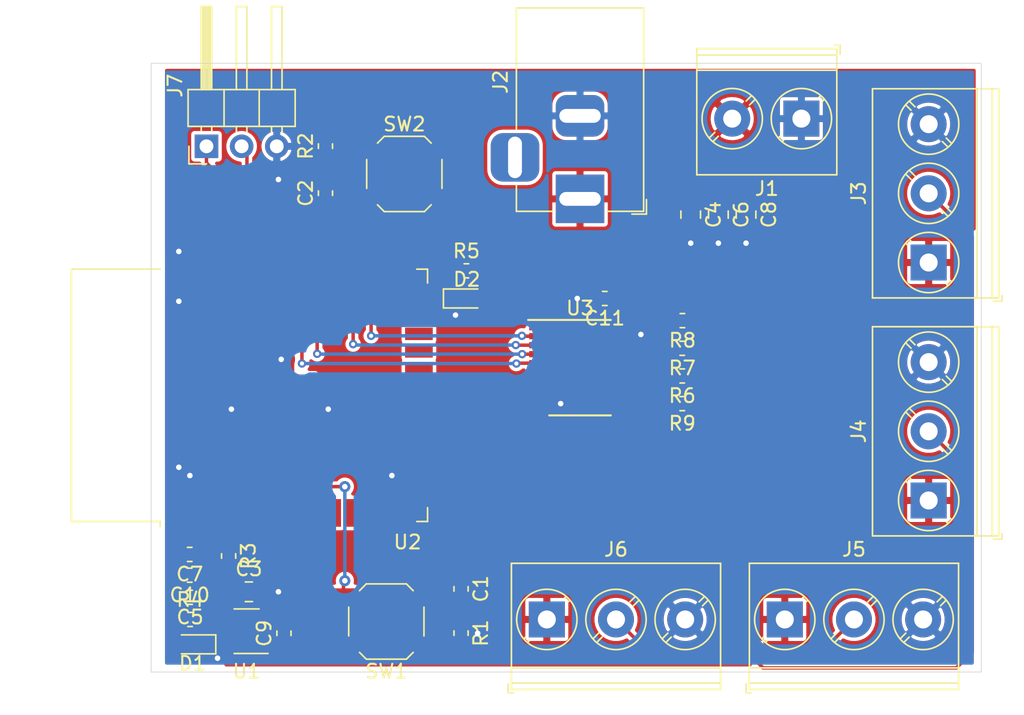
<source format=kicad_pcb>
(kicad_pcb (version 20171130) (host pcbnew 5.1.5+dfsg1-2+b1)
  (layers (0 F.Cu signal) (31 B.Cu signal) (34 B.Paste user) (35 F.Paste user) (36 B.SilkS user) (37 F.SilkS user) (38 B.Mask user) (39 F.Mask user) (44 Edge.Cuts user))
  (net 0 "")
  (net 1 /EN)
  (net 2 GND)
  (net 3 /BOOTMODE)
  (net 4 +3V3)
  (net 5 VCC)
  (net 6 "Net-(D1-Pad2)")
  (net 7 "Net-(D2-Pad2)")
  (net 8 "Net-(J2-Pad3)")
  (net 9 "Net-(J3-Pad2)")
  (net 10 "Net-(J4-Pad2)")
  (net 11 "Net-(J5-Pad2)")
  (net 12 "Net-(J6-Pad2)")
  (net 13 /TXD)
  (net 14 /RXD)
  (net 15 "Net-(R1-Pad2)")
  (net 16 "Net-(R2-Pad2)")
  (net 17 "Net-(R5-Pad1)")
  (net 18 /CH1)
  (net 19 /CH2)
  (net 20 /CH3)
  (net 21 /CH4)
  (net 22 "Net-(U1-Pad4)")
  (net 23 "Net-(U2-Pad4)")
  (net 24 "Net-(U2-Pad5)")
  (net 25 "Net-(U2-Pad6)")
  (net 26 "Net-(U2-Pad7)")
  (net 27 "Net-(U2-Pad8)")
  (net 28 "Net-(U2-Pad9)")
  (net 29 "Net-(U2-Pad10)")
  (net 30 "Net-(U2-Pad11)")
  (net 31 "Net-(U2-Pad12)")
  (net 32 "Net-(U2-Pad13)")
  (net 33 "Net-(U2-Pad14)")
  (net 34 "Net-(U2-Pad16)")
  (net 35 "Net-(U2-Pad17)")
  (net 36 "Net-(U2-Pad18)")
  (net 37 "Net-(U2-Pad19)")
  (net 38 "Net-(U2-Pad20)")
  (net 39 "Net-(U2-Pad21)")
  (net 40 "Net-(U2-Pad22)")
  (net 41 "Net-(U2-Pad23)")
  (net 42 "Net-(U2-Pad26)")
  (net 43 /IO16)
  (net 44 /IO17)
  (net 45 "Net-(U2-Pad29)")
  (net 46 /IO18)
  (net 47 /IO19)
  (net 48 "Net-(U2-Pad32)")
  (net 49 "Net-(U2-Pad33)")
  (net 50 "Net-(U2-Pad36)")
  (net 51 "Net-(U2-Pad37)")
  (net 52 "Net-(U3-Pad11)")
  (net 53 "Net-(U3-Pad12)")
  (net 54 "Net-(U3-Pad13)")
  (net 55 "Net-(U3-Pad14)")
  (module TerminalBlock_Phoenix:TerminalBlock_Phoenix_PT-1,5-3-5.0-H_1x03_P5.00mm_Horizontal (layer F.Cu) (at 96.8 90.2)
    (fp_text reference J5 (at 5 -5.06) (layer F.SilkS))
    (fp_text value Screw_Terminal_01x03)
    (pad 3 thru_hole circle (at 10 0) (size 2.6 2.6) (drill 1.3) (layers *.Cu *.Mask) (net 2 GND))
    (pad 2 thru_hole circle (at 5 0) (size 2.6 2.6) (drill 1.3) (layers *.Cu *.Mask) (net 11 "Net-(J5-Pad2)"))
    (pad 1 thru_hole rect (at 0 0) (size 2.6 2.6) (drill 1.3) (layers *.Cu *.Mask) (net 5 VCC))
  )
  (module Capacitor_SMD:C_0603_1608Metric (layer F.Cu) (at 73.4 87.9875 270)
    (fp_text reference C1 (at 0 -1.43 90) (layer F.SilkS))
    (fp_text value 0.1u)
    (pad 1 smd roundrect (at -0.7875 0 270) (size 0.875 0.95) (layers F.Cu F.Paste F.Mask) (net 1 /EN))
    (pad 2 smd roundrect (at 0.7875 0 270) (size 0.875 0.95) (layers F.Cu F.Paste F.Mask) (net 2 GND))
  )
  (module Capacitor_SMD:C_0603_1608Metric (layer F.Cu) (at 63.6 59.3875 90)
    (fp_text reference C2 (at 0 -1.43 90) (layer F.SilkS))
    (fp_text value 0.1u)
    (pad 2 smd roundrect (at 0.7875 0 90) (size 0.875 0.95) (layers F.Cu F.Paste F.Mask) (net 2 GND))
    (pad 1 smd roundrect (at -0.7875 0 90) (size 0.875 0.95) (layers F.Cu F.Paste F.Mask) (net 3 /BOOTMODE))
  )
  (module Capacitor_SMD:C_0805_2012Metric (layer F.Cu) (at 58.0625 88.2)
    (fp_text reference C3 (at 0 -1.65) (layer F.SilkS))
    (fp_text value 10u)
    (pad 2 smd roundrect (at 0.9375 0) (size 0.975 1.4) (layers F.Cu F.Paste F.Mask) (net 2 GND))
    (pad 1 smd roundrect (at -0.9375 0) (size 0.975 1.4) (layers F.Cu F.Paste F.Mask) (net 4 +3V3))
  )
  (module Capacitor_SMD:C_0805_2012Metric (layer F.Cu) (at 90 60.9375 270)
    (fp_text reference C4 (at 0 -1.65 90) (layer F.SilkS))
    (fp_text value 10u)
    (pad 2 smd roundrect (at 0.9375 0 270) (size 0.975 1.4) (layers F.Cu F.Paste F.Mask) (net 2 GND))
    (pad 1 smd roundrect (at -0.9375 0 270) (size 0.975 1.4) (layers F.Cu F.Paste F.Mask) (net 5 VCC))
  )
  (module Capacitor_SMD:C_0603_1608Metric (layer F.Cu) (at 53.8125 88.6 180)
    (fp_text reference C5 (at 0 -1.43) (layer F.SilkS))
    (fp_text value 1u)
    (pad 2 smd roundrect (at 0.7875 0 180) (size 0.875 0.95) (layers F.Cu F.Paste F.Mask) (net 2 GND))
    (pad 1 smd roundrect (at -0.7875 0 180) (size 0.875 0.95) (layers F.Cu F.Paste F.Mask) (net 4 +3V3))
  )
  (module Capacitor_SMD:C_0805_2012Metric (layer F.Cu) (at 92 60.9375 270)
    (fp_text reference C6 (at 0 -1.65 90) (layer F.SilkS))
    (fp_text value 10u)
    (pad 1 smd roundrect (at -0.9375 0 270) (size 0.975 1.4) (layers F.Cu F.Paste F.Mask) (net 5 VCC))
    (pad 2 smd roundrect (at 0.9375 0 270) (size 0.975 1.4) (layers F.Cu F.Paste F.Mask) (net 2 GND))
  )
  (module Capacitor_SMD:C_0603_1608Metric (layer F.Cu) (at 53.7875 85.5 180)
    (fp_text reference C7 (at 0 -1.43) (layer F.SilkS))
    (fp_text value 0.1u)
    (pad 1 smd roundrect (at -0.7875 0 180) (size 0.875 0.95) (layers F.Cu F.Paste F.Mask) (net 4 +3V3))
    (pad 2 smd roundrect (at 0.7875 0 180) (size 0.875 0.95) (layers F.Cu F.Paste F.Mask) (net 2 GND))
  )
  (module Capacitor_SMD:C_0805_2012Metric (layer F.Cu) (at 94 60.9375 270)
    (fp_text reference C8 (at 0 -1.65 90) (layer F.SilkS))
    (fp_text value 10u)
    (pad 1 smd roundrect (at -0.9375 0 270) (size 0.975 1.4) (layers F.Cu F.Paste F.Mask) (net 5 VCC))
    (pad 2 smd roundrect (at 0.9375 0 270) (size 0.975 1.4) (layers F.Cu F.Paste F.Mask) (net 2 GND))
  )
  (module Capacitor_SMD:C_0603_1608Metric (layer F.Cu) (at 60.6 91.2 90)
    (fp_text reference C9 (at 0 -1.43 90) (layer F.SilkS))
    (fp_text value 1u)
    (pad 1 smd roundrect (at -0.7875 0 90) (size 0.875 0.95) (layers F.Cu F.Paste F.Mask) (net 5 VCC))
    (pad 2 smd roundrect (at 0.7875 0 90) (size 0.875 0.95) (layers F.Cu F.Paste F.Mask) (net 2 GND))
  )
  (module Capacitor_SMD:C_0603_1608Metric (layer F.Cu) (at 53.7875 87 180)
    (fp_text reference C10 (at 0 -1.43) (layer F.SilkS))
    (fp_text value 1u)
    (pad 2 smd roundrect (at 0.7875 0 180) (size 0.875 0.95) (layers F.Cu F.Paste F.Mask) (net 2 GND))
    (pad 1 smd roundrect (at -0.7875 0 180) (size 0.875 0.95) (layers F.Cu F.Paste F.Mask) (net 4 +3V3))
  )
  (module Capacitor_SMD:C_0603_1608Metric (layer F.Cu) (at 83.7875 67 180)
    (fp_text reference C11 (at 0 -1.43) (layer F.SilkS))
    (fp_text value 0.1u)
    (pad 1 smd roundrect (at -0.7875 0 180) (size 0.875 0.95) (layers F.Cu F.Paste F.Mask) (net 5 VCC))
    (pad 2 smd roundrect (at 0.7875 0 180) (size 0.875 0.95) (layers F.Cu F.Paste F.Mask) (net 2 GND))
  )
  (module LED_SMD:LED_0603_1608Metric_Castellated (layer F.Cu) (at 53.9875 92 180)
    (fp_text reference D1 (at 0 -1.38) (layer F.SilkS))
    (fp_text value LED)
    (pad 2 smd roundrect (at 0.8125 0 180) (size 1.225 0.85) (layers F.Cu F.Paste F.Mask) (net 6 "Net-(D1-Pad2)"))
    (pad 1 smd roundrect (at -0.8125 0 180) (size 1.225 0.85) (layers F.Cu F.Paste F.Mask) (net 2 GND))
  )
  (module LED_SMD:LED_0603_1608Metric_Castellated (layer F.Cu) (at 73.8125 67)
    (fp_text reference D2 (at 0 -1.38) (layer F.SilkS))
    (fp_text value LED)
    (pad 1 smd roundrect (at -0.8125 0) (size 1.225 0.85) (layers F.Cu F.Paste F.Mask) (net 2 GND))
    (pad 2 smd roundrect (at 0.8125 0) (size 1.225 0.85) (layers F.Cu F.Paste F.Mask) (net 7 "Net-(D2-Pad2)"))
  )
  (module TerminalBlock_Phoenix:TerminalBlock_Phoenix_PT-1,5-2-5.0-H_1x02_P5.00mm_Horizontal (layer F.Cu) (at 98 54 180)
    (fp_text reference J1 (at 2.5 -5.06) (layer F.SilkS))
    (fp_text value Screw_Terminal_01x02)
    (pad 1 thru_hole rect (at 0 0 180) (size 2.6 2.6) (drill 1.3) (layers *.Cu *.Mask) (net 2 GND))
    (pad 2 thru_hole circle (at 5 0 180) (size 2.6 2.6) (drill 1.3) (layers *.Cu *.Mask) (net 5 VCC))
  )
  (module Connector_BarrelJack:BarrelJack_Horizontal (layer F.Cu) (at 82 59.8 270)
    (fp_text reference J2 (at -8.45 5.75 90) (layer F.SilkS))
    (fp_text value Barrel_Jack_Switch)
    (pad 1 thru_hole rect (at 0 0 270) (size 3.5 3.5) (drill oval 1 3) (layers *.Cu *.Mask) (net 5 VCC))
    (pad 2 thru_hole roundrect (at -6 0 270) (size 3 3.5) (drill oval 1 3) (layers *.Cu *.Mask) (net 2 GND))
    (pad 3 thru_hole roundrect (at -3 4.7 270) (size 3.5 3.5) (drill oval 3 1) (layers *.Cu *.Mask) (net 8 "Net-(J2-Pad3)"))
  )
  (module TerminalBlock_Phoenix:TerminalBlock_Phoenix_PT-1,5-3-5.0-H_1x03_P5.00mm_Horizontal (layer F.Cu) (at 107.2 64.4 90)
    (fp_text reference J3 (at 5 -5.06 90) (layer F.SilkS))
    (fp_text value Screw_Terminal_01x03)
    (pad 3 thru_hole circle (at 10 0 90) (size 2.6 2.6) (drill 1.3) (layers *.Cu *.Mask) (net 2 GND))
    (pad 2 thru_hole circle (at 5 0 90) (size 2.6 2.6) (drill 1.3) (layers *.Cu *.Mask) (net 9 "Net-(J3-Pad2)"))
    (pad 1 thru_hole rect (at 0 0 90) (size 2.6 2.6) (drill 1.3) (layers *.Cu *.Mask) (net 5 VCC))
  )
  (module TerminalBlock_Phoenix:TerminalBlock_Phoenix_PT-1,5-3-5.0-H_1x03_P5.00mm_Horizontal (layer F.Cu) (at 107.2 81.6 90)
    (fp_text reference J4 (at 5 -5.06 90) (layer F.SilkS))
    (fp_text value Screw_Terminal_01x03)
    (pad 1 thru_hole rect (at 0 0 90) (size 2.6 2.6) (drill 1.3) (layers *.Cu *.Mask) (net 5 VCC))
    (pad 2 thru_hole circle (at 5 0 90) (size 2.6 2.6) (drill 1.3) (layers *.Cu *.Mask) (net 10 "Net-(J4-Pad2)"))
    (pad 3 thru_hole circle (at 10 0 90) (size 2.6 2.6) (drill 1.3) (layers *.Cu *.Mask) (net 2 GND))
  )
  (module TerminalBlock_Phoenix:TerminalBlock_Phoenix_PT-1,5-3-5.0-H_1x03_P5.00mm_Horizontal (layer F.Cu) (at 79.6 90.2)
    (fp_text reference J6 (at 5 -5.06) (layer F.SilkS))
    (fp_text value Screw_Terminal_01x03)
    (pad 1 thru_hole rect (at 0 0) (size 2.6 2.6) (drill 1.3) (layers *.Cu *.Mask) (net 5 VCC))
    (pad 2 thru_hole circle (at 5 0) (size 2.6 2.6) (drill 1.3) (layers *.Cu *.Mask) (net 12 "Net-(J6-Pad2)"))
    (pad 3 thru_hole circle (at 10 0) (size 2.6 2.6) (drill 1.3) (layers *.Cu *.Mask) (net 2 GND))
  )
  (module Connector_PinHeader_2.54mm:PinHeader_1x03_P2.54mm_Horizontal (layer F.Cu) (at 55 56 90)
    (fp_text reference J7 (at 4.385 -2.27 90) (layer F.SilkS))
    (fp_text value Conn_01x03)
    (pad 1 thru_hole rect (at 0 0 90) (size 1.7 1.7) (drill 1) (layers *.Cu *.Mask) (net 13 /TXD))
    (pad 2 thru_hole oval (at 0 2.54 90) (size 1.7 1.7) (drill 1) (layers *.Cu *.Mask) (net 14 /RXD))
    (pad 3 thru_hole oval (at 0 5.08 90) (size 1.7 1.7) (drill 1) (layers *.Cu *.Mask) (net 2 GND))
  )
  (module Resistor_SMD:R_0603_1608Metric (layer F.Cu) (at 73.4 91.1875 270)
    (fp_text reference R1 (at 0 -1.43 90) (layer F.SilkS))
    (fp_text value 1k)
    (pad 2 smd roundrect (at 0.7875 0 270) (size 0.875 0.95) (layers F.Cu F.Paste F.Mask) (net 15 "Net-(R1-Pad2)"))
    (pad 1 smd roundrect (at -0.7875 0 270) (size 0.875 0.95) (layers F.Cu F.Paste F.Mask) (net 2 GND))
  )
  (module Resistor_SMD:R_0603_1608Metric (layer F.Cu) (at 63.6 55.9875 90)
    (fp_text reference R2 (at 0 -1.43 90) (layer F.SilkS))
    (fp_text value 1k)
    (pad 1 smd roundrect (at -0.7875 0 90) (size 0.875 0.95) (layers F.Cu F.Paste F.Mask) (net 2 GND))
    (pad 2 smd roundrect (at 0.7875 0 90) (size 0.875 0.95) (layers F.Cu F.Paste F.Mask) (net 16 "Net-(R2-Pad2)"))
  )
  (module Resistor_SMD:R_0603_1608Metric (layer F.Cu) (at 56.6 85.6125 270)
    (fp_text reference R3 (at 0 -1.43 90) (layer F.SilkS))
    (fp_text value 10k)
    (pad 1 smd roundrect (at -0.7875 0 270) (size 0.875 0.95) (layers F.Cu F.Paste F.Mask) (net 1 /EN))
    (pad 2 smd roundrect (at 0.7875 0 270) (size 0.875 0.95) (layers F.Cu F.Paste F.Mask) (net 4 +3V3))
  )
  (module Resistor_SMD:R_0603_1608Metric (layer F.Cu) (at 53.8125 90.2)
    (fp_text reference R4 (at 0 -1.43) (layer F.SilkS))
    (fp_text value 1k)
    (pad 2 smd roundrect (at 0.7875 0) (size 0.875 0.95) (layers F.Cu F.Paste F.Mask) (net 4 +3V3))
    (pad 1 smd roundrect (at -0.7875 0) (size 0.875 0.95) (layers F.Cu F.Paste F.Mask) (net 6 "Net-(D1-Pad2)"))
  )
  (module Resistor_SMD:R_0603_1608Metric (layer F.Cu) (at 73.7875 65)
    (fp_text reference R5 (at 0 -1.43) (layer F.SilkS))
    (fp_text value 1k)
    (pad 1 smd roundrect (at -0.7875 0) (size 0.875 0.95) (layers F.Cu F.Paste F.Mask) (net 17 "Net-(R5-Pad1)"))
    (pad 2 smd roundrect (at 0.7875 0) (size 0.875 0.95) (layers F.Cu F.Paste F.Mask) (net 7 "Net-(D2-Pad2)"))
  )
  (module Resistor_SMD:R_0603_1608Metric (layer F.Cu) (at 89.3875 72.6 180)
    (fp_text reference R6 (at 0 -1.43) (layer F.SilkS))
    (fp_text value 330)
    (pad 1 smd roundrect (at -0.7875 0 180) (size 0.875 0.95) (layers F.Cu F.Paste F.Mask) (net 9 "Net-(J3-Pad2)"))
    (pad 2 smd roundrect (at 0.7875 0 180) (size 0.875 0.95) (layers F.Cu F.Paste F.Mask) (net 20 /CH3))
  )
  (module Resistor_SMD:R_0603_1608Metric (layer F.Cu) (at 89.3875 70.6 180)
    (fp_text reference R7 (at 0 -1.43) (layer F.SilkS))
    (fp_text value 330)
    (pad 2 smd roundrect (at 0.7875 0 180) (size 0.875 0.95) (layers F.Cu F.Paste F.Mask) (net 19 /CH2))
    (pad 1 smd roundrect (at -0.7875 0 180) (size 0.875 0.95) (layers F.Cu F.Paste F.Mask) (net 10 "Net-(J4-Pad2)"))
  )
  (module Resistor_SMD:R_0603_1608Metric (layer F.Cu) (at 89.4 68.6 180)
    (fp_text reference R8 (at 0 -1.43) (layer F.SilkS))
    (fp_text value 330)
    (pad 1 smd roundrect (at -0.7875 0 180) (size 0.875 0.95) (layers F.Cu F.Paste F.Mask) (net 11 "Net-(J5-Pad2)"))
    (pad 2 smd roundrect (at 0.7875 0 180) (size 0.875 0.95) (layers F.Cu F.Paste F.Mask) (net 18 /CH1))
  )
  (module Resistor_SMD:R_0603_1608Metric (layer F.Cu) (at 89.3875 74.6 180)
    (fp_text reference R9 (at 0 -1.43) (layer F.SilkS))
    (fp_text value 330)
    (pad 2 smd roundrect (at 0.7875 0 180) (size 0.875 0.95) (layers F.Cu F.Paste F.Mask) (net 21 /CH4))
    (pad 1 smd roundrect (at -0.7875 0 180) (size 0.875 0.95) (layers F.Cu F.Paste F.Mask) (net 12 "Net-(J6-Pad2)"))
  )
  (module Button_Switch_SMD:SW_SPST_SKQG_WithStem (layer F.Cu) (at 68 90.35 180)
    (fp_text reference SW1 (at 0 -3.6) (layer F.SilkS))
    (fp_text value SW_Push)
    (pad 2 smd rect (at 3.1 1.85 180) (size 1.8 1.1) (layers F.Cu F.Paste F.Mask) (net 1 /EN))
    (pad 2 smd rect (at -3.1 1.85 180) (size 1.8 1.1) (layers F.Cu F.Paste F.Mask) (net 1 /EN))
    (pad 1 smd rect (at 3.1 -1.85 180) (size 1.8 1.1) (layers F.Cu F.Paste F.Mask) (net 15 "Net-(R1-Pad2)"))
    (pad 1 smd rect (at -3.1 -1.85 180) (size 1.8 1.1) (layers F.Cu F.Paste F.Mask) (net 15 "Net-(R1-Pad2)"))
  )
  (module Button_Switch_SMD:SW_SPST_SKQG_WithStem (layer F.Cu) (at 69.3 58)
    (fp_text reference SW2 (at 0 -3.6) (layer F.SilkS))
    (fp_text value SW_Push)
    (pad 1 smd rect (at -3.1 -1.85) (size 1.8 1.1) (layers F.Cu F.Paste F.Mask) (net 16 "Net-(R2-Pad2)"))
    (pad 1 smd rect (at 3.1 -1.85) (size 1.8 1.1) (layers F.Cu F.Paste F.Mask) (net 16 "Net-(R2-Pad2)"))
    (pad 2 smd rect (at -3.1 1.85) (size 1.8 1.1) (layers F.Cu F.Paste F.Mask) (net 3 /BOOTMODE))
    (pad 2 smd rect (at 3.1 1.85) (size 1.8 1.1) (layers F.Cu F.Paste F.Mask) (net 3 /BOOTMODE))
  )
  (module Package_TO_SOT_SMD:SOT-23-5 (layer F.Cu) (at 57.9 91.05 180)
    (fp_text reference U1 (at 0 -2.9) (layer F.SilkS))
    (fp_text value AP2112K-3.3)
    (pad 1 smd rect (at -1.1 -0.95 180) (size 1.06 0.65) (layers F.Cu F.Paste F.Mask) (net 5 VCC))
    (pad 2 smd rect (at -1.1 0 180) (size 1.06 0.65) (layers F.Cu F.Paste F.Mask) (net 2 GND))
    (pad 3 smd rect (at -1.1 0.95 180) (size 1.06 0.65) (layers F.Cu F.Paste F.Mask) (net 5 VCC))
    (pad 4 smd rect (at 1.1 0.95 180) (size 1.06 0.65) (layers F.Cu F.Paste F.Mask) (net 22 "Net-(U1-Pad4)"))
    (pad 5 smd rect (at 1.1 -0.95 180) (size 1.06 0.65) (layers F.Cu F.Paste F.Mask) (net 4 +3V3))
  )
  (module RF_Module:ESP32-WROOM-32 (layer F.Cu) (at 61.1 74 90)
    (fp_text reference U2 (at -10.61 8.43) (layer F.SilkS))
    (fp_text value ESP32-WROOM-32)
    (pad 39 smd rect (at -1 -0.755 90) (size 5 5) (layers F.Cu F.Paste F.Mask) (net 2 GND))
    (pad 1 smd rect (at -8.5 -8.255 90) (size 2 0.9) (layers F.Cu F.Paste F.Mask) (net 2 GND))
    (pad 2 smd rect (at -8.5 -6.985 90) (size 2 0.9) (layers F.Cu F.Paste F.Mask) (net 4 +3V3))
    (pad 3 smd rect (at -8.5 -5.715 90) (size 2 0.9) (layers F.Cu F.Paste F.Mask) (net 1 /EN))
    (pad 4 smd rect (at -8.5 -4.445 90) (size 2 0.9) (layers F.Cu F.Paste F.Mask) (net 23 "Net-(U2-Pad4)"))
    (pad 5 smd rect (at -8.5 -3.175 90) (size 2 0.9) (layers F.Cu F.Paste F.Mask) (net 24 "Net-(U2-Pad5)"))
    (pad 6 smd rect (at -8.5 -1.905 90) (size 2 0.9) (layers F.Cu F.Paste F.Mask) (net 25 "Net-(U2-Pad6)"))
    (pad 7 smd rect (at -8.5 -0.635 90) (size 2 0.9) (layers F.Cu F.Paste F.Mask) (net 26 "Net-(U2-Pad7)"))
    (pad 8 smd rect (at -8.5 0.635 90) (size 2 0.9) (layers F.Cu F.Paste F.Mask) (net 27 "Net-(U2-Pad8)"))
    (pad 9 smd rect (at -8.5 1.905 90) (size 2 0.9) (layers F.Cu F.Paste F.Mask) (net 28 "Net-(U2-Pad9)"))
    (pad 10 smd rect (at -8.5 3.175 90) (size 2 0.9) (layers F.Cu F.Paste F.Mask) (net 29 "Net-(U2-Pad10)"))
    (pad 11 smd rect (at -8.5 4.445 90) (size 2 0.9) (layers F.Cu F.Paste F.Mask) (net 30 "Net-(U2-Pad11)"))
    (pad 12 smd rect (at -8.5 5.715 90) (size 2 0.9) (layers F.Cu F.Paste F.Mask) (net 31 "Net-(U2-Pad12)"))
    (pad 13 smd rect (at -8.5 6.985 90) (size 2 0.9) (layers F.Cu F.Paste F.Mask) (net 32 "Net-(U2-Pad13)"))
    (pad 14 smd rect (at -8.5 8.255 90) (size 2 0.9) (layers F.Cu F.Paste F.Mask) (net 33 "Net-(U2-Pad14)"))
    (pad 15 smd rect (at -5.715 9.255 180) (size 2 0.9) (layers F.Cu F.Paste F.Mask) (net 2 GND))
    (pad 16 smd rect (at -4.445 9.255 180) (size 2 0.9) (layers F.Cu F.Paste F.Mask) (net 34 "Net-(U2-Pad16)"))
    (pad 17 smd rect (at -3.175 9.255 180) (size 2 0.9) (layers F.Cu F.Paste F.Mask) (net 35 "Net-(U2-Pad17)"))
    (pad 18 smd rect (at -1.905 9.255 180) (size 2 0.9) (layers F.Cu F.Paste F.Mask) (net 36 "Net-(U2-Pad18)"))
    (pad 19 smd rect (at -0.635 9.255 180) (size 2 0.9) (layers F.Cu F.Paste F.Mask) (net 37 "Net-(U2-Pad19)"))
    (pad 20 smd rect (at 0.635 9.255 180) (size 2 0.9) (layers F.Cu F.Paste F.Mask) (net 38 "Net-(U2-Pad20)"))
    (pad 21 smd rect (at 1.905 9.255 180) (size 2 0.9) (layers F.Cu F.Paste F.Mask) (net 39 "Net-(U2-Pad21)"))
    (pad 22 smd rect (at 3.175 9.255 180) (size 2 0.9) (layers F.Cu F.Paste F.Mask) (net 40 "Net-(U2-Pad22)"))
    (pad 23 smd rect (at 4.445 9.255 180) (size 2 0.9) (layers F.Cu F.Paste F.Mask) (net 41 "Net-(U2-Pad23)"))
    (pad 24 smd rect (at 5.715 9.255 180) (size 2 0.9) (layers F.Cu F.Paste F.Mask) (net 17 "Net-(R5-Pad1)"))
    (pad 25 smd rect (at 8.5 8.255 90) (size 2 0.9) (layers F.Cu F.Paste F.Mask) (net 3 /BOOTMODE))
    (pad 26 smd rect (at 8.5 6.985 90) (size 2 0.9) (layers F.Cu F.Paste F.Mask) (net 42 "Net-(U2-Pad26)"))
    (pad 27 smd rect (at 8.5 5.715 90) (size 2 0.9) (layers F.Cu F.Paste F.Mask) (net 43 /IO16))
    (pad 28 smd rect (at 8.5 4.445 90) (size 2 0.9) (layers F.Cu F.Paste F.Mask) (net 44 /IO17))
    (pad 29 smd rect (at 8.5 3.175 90) (size 2 0.9) (layers F.Cu F.Paste F.Mask) (net 45 "Net-(U2-Pad29)"))
    (pad 30 smd rect (at 8.5 1.905 90) (size 2 0.9) (layers F.Cu F.Paste F.Mask) (net 46 /IO18))
    (pad 31 smd rect (at 8.5 0.635 90) (size 2 0.9) (layers F.Cu F.Paste F.Mask) (net 47 /IO19))
    (pad 32 smd rect (at 8.5 -0.635 90) (size 2 0.9) (layers F.Cu F.Paste F.Mask) (net 48 "Net-(U2-Pad32)"))
    (pad 33 smd rect (at 8.5 -1.905 90) (size 2 0.9) (layers F.Cu F.Paste F.Mask) (net 49 "Net-(U2-Pad33)"))
    (pad 34 smd rect (at 8.5 -3.175 90) (size 2 0.9) (layers F.Cu F.Paste F.Mask) (net 14 /RXD))
    (pad 35 smd rect (at 8.5 -4.445 90) (size 2 0.9) (layers F.Cu F.Paste F.Mask) (net 13 /TXD))
    (pad 36 smd rect (at 8.5 -5.715 90) (size 2 0.9) (layers F.Cu F.Paste F.Mask) (net 50 "Net-(U2-Pad36)"))
    (pad 37 smd rect (at 8.5 -6.985 90) (size 2 0.9) (layers F.Cu F.Paste F.Mask) (net 51 "Net-(U2-Pad37)"))
    (pad 38 smd rect (at 8.5 -8.255 90) (size 2 0.9) (layers F.Cu F.Paste F.Mask) (net 2 GND))
  )
  (module Package_SO:TSSOP-20_4.4x6.5mm_P0.65mm (layer F.Cu) (at 82 72)
    (fp_text reference U3 (at 0 -4.3) (layer F.SilkS))
    (fp_text value 74HCT245)
    (pad 1 smd rect (at -2.95 -2.925) (size 1.45 0.45) (layers F.Cu F.Paste F.Mask) (net 5 VCC))
    (pad 2 smd rect (at -2.95 -2.275) (size 1.45 0.45) (layers F.Cu F.Paste F.Mask) (net 43 /IO16))
    (pad 3 smd rect (at -2.95 -1.625) (size 1.45 0.45) (layers F.Cu F.Paste F.Mask) (net 44 /IO17))
    (pad 4 smd rect (at -2.95 -0.975) (size 1.45 0.45) (layers F.Cu F.Paste F.Mask) (net 46 /IO18))
    (pad 5 smd rect (at -2.95 -0.325) (size 1.45 0.45) (layers F.Cu F.Paste F.Mask) (net 47 /IO19))
    (pad 6 smd rect (at -2.95 0.325) (size 1.45 0.45) (layers F.Cu F.Paste F.Mask) (net 2 GND))
    (pad 7 smd rect (at -2.95 0.975) (size 1.45 0.45) (layers F.Cu F.Paste F.Mask) (net 2 GND))
    (pad 8 smd rect (at -2.95 1.625) (size 1.45 0.45) (layers F.Cu F.Paste F.Mask) (net 2 GND))
    (pad 9 smd rect (at -2.95 2.275) (size 1.45 0.45) (layers F.Cu F.Paste F.Mask) (net 2 GND))
    (pad 10 smd rect (at -2.95 2.925) (size 1.45 0.45) (layers F.Cu F.Paste F.Mask) (net 2 GND))
    (pad 11 smd rect (at 2.95 2.925) (size 1.45 0.45) (layers F.Cu F.Paste F.Mask) (net 52 "Net-(U3-Pad11)"))
    (pad 12 smd rect (at 2.95 2.275) (size 1.45 0.45) (layers F.Cu F.Paste F.Mask) (net 53 "Net-(U3-Pad12)"))
    (pad 13 smd rect (at 2.95 1.625) (size 1.45 0.45) (layers F.Cu F.Paste F.Mask) (net 54 "Net-(U3-Pad13)"))
    (pad 14 smd rect (at 2.95 0.975) (size 1.45 0.45) (layers F.Cu F.Paste F.Mask) (net 55 "Net-(U3-Pad14)"))
    (pad 15 smd rect (at 2.95 0.325) (size 1.45 0.45) (layers F.Cu F.Paste F.Mask) (net 21 /CH4))
    (pad 16 smd rect (at 2.95 -0.325) (size 1.45 0.45) (layers F.Cu F.Paste F.Mask) (net 20 /CH3))
    (pad 17 smd rect (at 2.95 -0.975) (size 1.45 0.45) (layers F.Cu F.Paste F.Mask) (net 19 /CH2))
    (pad 18 smd rect (at 2.95 -1.625) (size 1.45 0.45) (layers F.Cu F.Paste F.Mask) (net 18 /CH1))
    (pad 19 smd rect (at 2.95 -2.275) (size 1.45 0.45) (layers F.Cu F.Paste F.Mask) (net 2 GND))
    (pad 20 smd rect (at 2.95 -2.925) (size 1.45 0.45) (layers F.Cu F.Paste F.Mask) (net 5 VCC))
  )
  (gr_line (start 51 94) (end 51 50) (layer Edge.Cuts) (width 0.05))
  (gr_line (start 111 94) (end 51 94) (layer Edge.Cuts) (width 0.05))
  (gr_line (start 111 50) (end 111 94) (layer Edge.Cuts) (width 0.05))
  (gr_line (start 51 50) (end 111 50) (layer Edge.Cuts) (width 0.05))
  (segment (start 55.385 84.385) (end 55.385 82.5) (width 0.25) (layer F.Cu) (net 1))
  (segment (start 56 84.7) (end 55.7 84.7) (width 0.25) (layer F.Cu) (net 1))
  (segment (start 56.125 84.825) (end 56 84.7) (width 0.25) (layer F.Cu) (net 1))
  (segment (start 55.7 84.7) (end 55.385 84.385) (width 0.25) (layer F.Cu) (net 1))
  (segment (start 56.6 84.825) (end 56.125 84.825) (width 0.25) (layer F.Cu) (net 1))
  (segment (start 71.6 87.2) (end 72.925 87.2) (width 0.25) (layer F.Cu) (net 1))
  (segment (start 72.925 87.2) (end 73.4 87.2) (width 0.25) (layer F.Cu) (net 1))
  (segment (start 71.1 87.7) (end 71.6 87.2) (width 0.25) (layer F.Cu) (net 1))
  (segment (start 71.1 88.5) (end 71.1 87.7) (width 0.25) (layer F.Cu) (net 1))
  (segment (start 71.1 88.5) (end 64.9 88.5) (width 0.25) (layer F.Cu) (net 1))
  (via (at 65 87.4) (size 0.8) (drill 0.4) (layers F.Cu B.Cu) (net 1))
  (segment (start 64.9 87.5) (end 65 87.4) (width 0.25) (layer F.Cu) (net 1))
  (segment (start 64.9 88.5) (end 64.9 87.5) (width 0.25) (layer F.Cu) (net 1))
  (via (at 65 80.6) (size 0.8) (drill 0.4) (layers F.Cu B.Cu) (net 1))
  (segment (start 65 87.4) (end 65 80.6) (width 0.25) (layer B.Cu) (net 1))
  (segment (start 55.385 81.25) (end 55.385 82.5) (width 0.25) (layer F.Cu) (net 1))
  (segment (start 56.035 80.6) (end 55.385 81.25) (width 0.25) (layer F.Cu) (net 1))
  (segment (start 65 80.6) (end 56.035 80.6) (width 0.25) (layer F.Cu) (net 1))
  (segment (start 52.845 85.345) (end 53 85.5) (width 0.75) (layer F.Cu) (net 2))
  (segment (start 52.845 82.5) (end 52.845 85.345) (width 0.75) (layer F.Cu) (net 2))
  (segment (start 53 85.5) (end 53 87) (width 0.75) (layer F.Cu) (net 2))
  (segment (start 53 88.575) (end 53.025 88.6) (width 0.75) (layer F.Cu) (net 2))
  (segment (start 53 87) (end 53 88.575) (width 0.75) (layer F.Cu) (net 2))
  (segment (start 59.9625 91.05) (end 60.6 90.4125) (width 0.5) (layer F.Cu) (net 2))
  (segment (start 59 91.05) (end 59.9625 91.05) (width 0.5) (layer F.Cu) (net 2))
  (segment (start 60.6 89.8) (end 60.6 90.4125) (width 0.5) (layer F.Cu) (net 2))
  (segment (start 59 88.2) (end 60.6 89.8) (width 0.5) (layer F.Cu) (net 2))
  (segment (start 73.4 90.4) (end 73.4 88.775) (width 0.25) (layer F.Cu) (net 2))
  (via (at 60.2 58.4) (size 0.8) (drill 0.4) (layers F.Cu B.Cu) (net 2))
  (segment (start 60.08 58.28) (end 60.2 58.4) (width 0.5) (layer F.Cu) (net 2))
  (segment (start 60.08 56) (end 60.08 58.28) (width 0.5) (layer F.Cu) (net 2))
  (segment (start 60.4 58.6) (end 60.2 58.4) (width 0.5) (layer F.Cu) (net 2))
  (segment (start 63.6 58.6) (end 60.4 58.6) (width 0.5) (layer F.Cu) (net 2))
  (segment (start 63.6 56.775) (end 63.6 58.6) (width 0.5) (layer F.Cu) (net 2))
  (segment (start 90 61.875) (end 92 61.875) (width 0.5) (layer F.Cu) (net 2))
  (segment (start 92 61.875) (end 94 61.875) (width 0.5) (layer F.Cu) (net 2))
  (via (at 90 63) (size 0.8) (drill 0.4) (layers F.Cu B.Cu) (net 2))
  (segment (start 90 61.875) (end 90 63) (width 0.5) (layer F.Cu) (net 2))
  (via (at 92 63) (size 0.8) (drill 0.4) (layers F.Cu B.Cu) (net 2))
  (segment (start 92 61.875) (end 92 63) (width 0.5) (layer F.Cu) (net 2))
  (via (at 94 63) (size 0.8) (drill 0.4) (layers F.Cu B.Cu) (net 2))
  (segment (start 94 61.875) (end 94 63) (width 0.5) (layer F.Cu) (net 2))
  (via (at 81.8 67) (size 0.8) (drill 0.4) (layers F.Cu B.Cu) (net 2))
  (segment (start 83 67) (end 81.8 67) (width 0.5) (layer F.Cu) (net 2))
  (via (at 86.4 69.6) (size 0.8) (drill 0.4) (layers F.Cu B.Cu) (net 2))
  (segment (start 86.275 69.725) (end 86.4 69.6) (width 0.25) (layer F.Cu) (net 2))
  (segment (start 84.95 69.725) (end 86.275 69.725) (width 0.25) (layer F.Cu) (net 2))
  (segment (start 79.05 72.325) (end 79.05 72.975) (width 0.25) (layer F.Cu) (net 2))
  (segment (start 79.05 72.975) (end 79.05 73.625) (width 0.25) (layer F.Cu) (net 2))
  (segment (start 79.05 73.625) (end 79.05 74.275) (width 0.25) (layer F.Cu) (net 2))
  (segment (start 79.05 74.275) (end 79.05 74.925) (width 0.25) (layer F.Cu) (net 2))
  (via (at 80.6 74.6) (size 0.8) (drill 0.4) (layers F.Cu B.Cu) (net 2))
  (segment (start 80.275 74.925) (end 80.6 74.6) (width 0.25) (layer F.Cu) (net 2))
  (segment (start 79.05 74.925) (end 80.275 74.925) (width 0.25) (layer F.Cu) (net 2))
  (via (at 68.4 79.8) (size 0.8) (drill 0.4) (layers F.Cu B.Cu) (net 2))
  (segment (start 68.485 79.715) (end 68.4 79.8) (width 0.25) (layer F.Cu) (net 2))
  (segment (start 70.355 79.715) (end 68.485 79.715) (width 0.25) (layer F.Cu) (net 2))
  (via (at 63.8 75) (size 0.8) (drill 0.4) (layers F.Cu B.Cu) (net 2))
  (segment (start 60.345 75) (end 63.8 75) (width 2) (layer F.Cu) (net 2))
  (via (at 60.4 71.4) (size 0.8) (drill 0.4) (layers F.Cu B.Cu) (net 2))
  (segment (start 60.345 71.455) (end 60.4 71.4) (width 2) (layer F.Cu) (net 2))
  (segment (start 60.345 75) (end 60.345 71.455) (width 2) (layer F.Cu) (net 2))
  (via (at 56.8 75) (size 0.8) (drill 0.4) (layers F.Cu B.Cu) (net 2))
  (segment (start 60.345 75) (end 56.8 75) (width 2) (layer F.Cu) (net 2))
  (via (at 53 63.6) (size 0.8) (drill 0.4) (layers F.Cu B.Cu) (net 2))
  (segment (start 52.845 63.755) (end 53 63.6) (width 0.75) (layer F.Cu) (net 2))
  (segment (start 52.845 65.5) (end 52.845 63.755) (width 0.75) (layer F.Cu) (net 2))
  (via (at 53 67.2) (size 0.8) (drill 0.4) (layers F.Cu B.Cu) (net 2))
  (segment (start 52.845 67.045) (end 53 67.2) (width 0.75) (layer F.Cu) (net 2))
  (segment (start 52.845 65.5) (end 52.845 67.045) (width 0.75) (layer F.Cu) (net 2))
  (via (at 73 68.2) (size 0.8) (drill 0.4) (layers F.Cu B.Cu) (net 2))
  (segment (start 73 67) (end 73 68.2) (width 0.25) (layer F.Cu) (net 2))
  (via (at 53.8 79.8) (size 0.8) (drill 0.4) (layers F.Cu B.Cu) (net 2))
  (segment (start 52.845 80.755) (end 53.8 79.8) (width 0.75) (layer F.Cu) (net 2))
  (segment (start 52.845 82.5) (end 52.845 80.755) (width 0.75) (layer F.Cu) (net 2))
  (via (at 53 79.2) (size 0.8) (drill 0.4) (layers F.Cu B.Cu) (net 2))
  (segment (start 52.845 79.355) (end 53 79.2) (width 0.75) (layer F.Cu) (net 2))
  (segment (start 52.845 80.755) (end 52.845 79.355) (width 0.75) (layer F.Cu) (net 2))
  (segment (start 53.6 79.8) (end 53 79.2) (width 0.75) (layer F.Cu) (net 2))
  (segment (start 53.8 79.8) (end 53.6 79.8) (width 0.75) (layer F.Cu) (net 2))
  (via (at 55.8 93) (size 0.8) (drill 0.4) (layers F.Cu B.Cu) (net 2))
  (segment (start 54.8 92) (end 55.8 93) (width 0.25) (layer F.Cu) (net 2))
  (via (at 60.2 88.2) (size 0.8) (drill 0.4) (layers F.Cu B.Cu) (net 2))
  (segment (start 59 88.2) (end 60.2 88.2) (width 0.75) (layer F.Cu) (net 2))
  (via (at 74.6 91.2) (size 0.8) (drill 0.4) (layers F.Cu B.Cu) (net 2))
  (segment (start 73.8 90.4) (end 74.6 91.2) (width 0.5) (layer F.Cu) (net 2))
  (segment (start 73.4 90.4) (end 73.8 90.4) (width 0.5) (layer F.Cu) (net 2))
  (segment (start 63.925 59.85) (end 63.6 60.175) (width 0.25) (layer F.Cu) (net 3))
  (segment (start 66.2 59.85) (end 63.925 59.85) (width 0.25) (layer F.Cu) (net 3))
  (segment (start 69.355 59.945) (end 69.4 59.9) (width 0.25) (layer F.Cu) (net 3))
  (segment (start 69.4 59.9) (end 66.2 59.85) (width 0.25) (layer F.Cu) (net 3))
  (segment (start 69.355 65.5) (end 69.355 59.945) (width 0.25) (layer F.Cu) (net 3))
  (segment (start 72.4 59.85) (end 69.4 59.9) (width 0.25) (layer F.Cu) (net 3))
  (segment (start 55 88.2) (end 54.6 88.6) (width 1) (layer F.Cu) (net 4))
  (segment (start 57.125 88.2) (end 55 88.2) (width 1) (layer F.Cu) (net 4))
  (segment (start 55 90.2) (end 54.6 90.2) (width 1) (layer F.Cu) (net 4))
  (segment (start 56.8 92) (end 55 90.2) (width 1) (layer F.Cu) (net 4))
  (segment (start 54.6 90.2) (end 54.6 88.6) (width 1) (layer F.Cu) (net 4))
  (segment (start 54.6 87.025) (end 54.575 87) (width 1) (layer F.Cu) (net 4))
  (segment (start 54.6 88.6) (end 54.6 87.025) (width 1) (layer F.Cu) (net 4))
  (segment (start 54.575 87) (end 54.575 85.5) (width 1) (layer F.Cu) (net 4))
  (segment (start 54.115 82.5) (end 54.115 83.915) (width 0.75) (layer F.Cu) (net 4))
  (segment (start 54.575 84.375) (end 54.575 85.5) (width 0.75) (layer F.Cu) (net 4))
  (segment (start 54.115 83.915) (end 54.575 84.375) (width 0.75) (layer F.Cu) (net 4))
  (segment (start 56.6 87.675) (end 57.125 88.2) (width 0.25) (layer F.Cu) (net 4))
  (segment (start 56.6 86.4) (end 56.6 87.675) (width 0.25) (layer F.Cu) (net 4))
  (segment (start 59.0125 91.9875) (end 59 92) (width 0.5) (layer F.Cu) (net 5))
  (segment (start 60.6 91.9875) (end 59.0125 91.9875) (width 0.5) (layer F.Cu) (net 5))
  (segment (start 53.025 91.85) (end 53.175 92) (width 0.25) (layer F.Cu) (net 6))
  (segment (start 53.025 90.2) (end 53.025 91.85) (width 0.25) (layer F.Cu) (net 6))
  (segment (start 74.575 66.95) (end 74.625 67) (width 0.25) (layer F.Cu) (net 7))
  (segment (start 74.575 65) (end 74.575 66.95) (width 0.25) (layer F.Cu) (net 7))
  (segment (start 95.2272 93.70002) (end 109.19998 93.70002) (width 0.25) (layer F.Cu) (net 9))
  (segment (start 93.149991 91.622811) (end 95.2272 93.70002) (width 0.25) (layer F.Cu) (net 9))
  (segment (start 93.14999 75.13749) (end 93.149991 91.622811) (width 0.25) (layer F.Cu) (net 9))
  (segment (start 90.6125 72.6) (end 93.14999 75.13749) (width 0.25) (layer F.Cu) (net 9))
  (segment (start 90.175 72.6) (end 90.6125 72.6) (width 0.25) (layer F.Cu) (net 9))
  (segment (start 108.499999 60.699999) (end 107.2 59.4) (width 0.25) (layer F.Cu) (net 9))
  (segment (start 110.35001 62.55001) (end 108.499999 60.699999) (width 0.25) (layer F.Cu) (net 9))
  (segment (start 110.35001 92.54999) (end 110.35001 62.55001) (width 0.25) (layer F.Cu) (net 9))
  (segment (start 109.19998 93.70002) (end 110.35001 92.54999) (width 0.25) (layer F.Cu) (net 9))
  (segment (start 90.6125 70.6) (end 93.6 73.5875) (width 0.25) (layer F.Cu) (net 10))
  (segment (start 90.175 70.6) (end 90.6125 70.6) (width 0.25) (layer F.Cu) (net 10))
  (segment (start 95.4136 93.25001) (end 108.34999 93.25001) (width 0.25) (layer F.Cu) (net 10))
  (segment (start 93.6 91.43641) (end 95.4136 93.25001) (width 0.25) (layer F.Cu) (net 10))
  (segment (start 93.6 73.5875) (end 93.6 91.43641) (width 0.25) (layer F.Cu) (net 10))
  (segment (start 108.34999 93.25001) (end 109.9 91.7) (width 0.25) (layer F.Cu) (net 10))
  (segment (start 109.9 79.3) (end 107.2 76.6) (width 0.25) (layer F.Cu) (net 10))
  (segment (start 109.9 91.7) (end 109.9 79.3) (width 0.25) (layer F.Cu) (net 10))
  (segment (start 90.1875 69.075) (end 94.2 73.0875) (width 0.25) (layer F.Cu) (net 11))
  (segment (start 90.1875 68.6) (end 90.1875 69.075) (width 0.25) (layer F.Cu) (net 11))
  (segment (start 94.2 73.0875) (end 94.2 91.4) (width 0.25) (layer F.Cu) (net 11))
  (segment (start 94.2 91.4) (end 95.6 92.8) (width 0.25) (layer F.Cu) (net 11))
  (segment (start 99.2 92.8) (end 101.8 90.2) (width 0.25) (layer F.Cu) (net 11))
  (segment (start 95.6 92.8) (end 99.2 92.8) (width 0.25) (layer F.Cu) (net 11))
  (segment (start 90.175 75.075) (end 91.8 76.7) (width 0.25) (layer F.Cu) (net 12))
  (segment (start 90.175 74.6) (end 90.175 75.075) (width 0.25) (layer F.Cu) (net 12))
  (segment (start 91.8 76.7) (end 91.8 91.6) (width 0.25) (layer F.Cu) (net 12))
  (segment (start 91.8 91.6) (end 90.7 92.7) (width 0.25) (layer F.Cu) (net 12))
  (segment (start 87.1 92.7) (end 84.6 90.2) (width 0.25) (layer F.Cu) (net 12))
  (segment (start 90.7 92.7) (end 87.1 92.7) (width 0.25) (layer F.Cu) (net 12))
  (segment (start 55 56) (end 55 57.2) (width 0.25) (layer F.Cu) (net 13))
  (segment (start 56.655 58.855) (end 56.655 65.5) (width 0.25) (layer F.Cu) (net 13))
  (segment (start 55 57.2) (end 56.655 58.855) (width 0.25) (layer F.Cu) (net 13))
  (segment (start 57.925 56.385) (end 57.54 56) (width 0.25) (layer F.Cu) (net 14))
  (segment (start 57.925 65.5) (end 57.925 56.385) (width 0.25) (layer F.Cu) (net 14))
  (segment (start 73.175 92.2) (end 73.4 91.975) (width 0.25) (layer F.Cu) (net 15))
  (segment (start 71.1 92.2) (end 73.175 92.2) (width 0.25) (layer F.Cu) (net 15))
  (segment (start 71.1 92.2) (end 64.9 92.2) (width 0.25) (layer F.Cu) (net 15))
  (segment (start 65.025 56.15) (end 66.2 56.15) (width 0.25) (layer F.Cu) (net 16))
  (segment (start 64.075 55.2) (end 65.025 56.15) (width 0.25) (layer F.Cu) (net 16))
  (segment (start 63.6 55.2) (end 64.075 55.2) (width 0.25) (layer F.Cu) (net 16))
  (segment (start 66.2 56.15) (end 72.4 56.15) (width 0.25) (layer F.Cu) (net 16))
  (segment (start 70.355 67.585) (end 71.4 66.54) (width 0.25) (layer F.Cu) (net 17))
  (segment (start 70.355 68.285) (end 70.355 67.585) (width 0.25) (layer F.Cu) (net 17))
  (segment (start 71.4 66.54) (end 71.4 65.6) (width 0.25) (layer F.Cu) (net 17))
  (segment (start 72 65) (end 73 65) (width 0.25) (layer F.Cu) (net 17))
  (segment (start 71.4 65.6) (end 72 65) (width 0.25) (layer F.Cu) (net 17))
  (segment (start 84.95 70.375) (end 86.825 70.375) (width 0.25) (layer F.Cu) (net 18))
  (segment (start 86.825 70.375) (end 88.6 68.6) (width 0.25) (layer F.Cu) (net 18))
  (segment (start 88.175 71.025) (end 88.6 70.6) (width 0.25) (layer F.Cu) (net 19))
  (segment (start 84.95 71.025) (end 88.175 71.025) (width 0.25) (layer F.Cu) (net 19))
  (segment (start 88.6125 72.125) (end 88.6125 72.6) (width 0.25) (layer F.Cu) (net 20))
  (segment (start 88.1625 71.675) (end 88.6125 72.125) (width 0.25) (layer F.Cu) (net 20))
  (segment (start 84.95 71.675) (end 88.1625 71.675) (width 0.25) (layer F.Cu) (net 20))
  (segment (start 84.95 72.325) (end 86.725 72.325) (width 0.25) (layer F.Cu) (net 21))
  (segment (start 86.725 72.325) (end 87.2 72.8) (width 0.25) (layer F.Cu) (net 21))
  (segment (start 88.1625 74.6) (end 88.6 74.6) (width 0.25) (layer F.Cu) (net 21))
  (segment (start 87.2 73.6375) (end 88.1625 74.6) (width 0.25) (layer F.Cu) (net 21))
  (segment (start 87.2 72.8) (end 87.2 73.6375) (width 0.25) (layer F.Cu) (net 21))
  (via (at 77.8 69.7) (size 0.6) (drill 0.3) (layers F.Cu B.Cu) (net 43))
  (segment (start 77.825 69.725) (end 77.8 69.7) (width 0.25) (layer F.Cu) (net 43))
  (segment (start 79.05 69.725) (end 77.825 69.725) (width 0.25) (layer F.Cu) (net 43))
  (via (at 66.9 69.7) (size 0.6) (drill 0.3) (layers F.Cu B.Cu) (net 43))
  (segment (start 77.8 69.7) (end 66.9 69.7) (width 0.25) (layer B.Cu) (net 43))
  (segment (start 66.9 65.585) (end 66.815 65.5) (width 0.25) (layer F.Cu) (net 43))
  (segment (start 66.9 69.7) (end 66.9 65.585) (width 0.25) (layer F.Cu) (net 43))
  (via (at 77.356239 70.365642) (size 0.6) (drill 0.3) (layers F.Cu B.Cu) (net 44))
  (segment (start 77.365597 70.375) (end 77.356239 70.365642) (width 0.25) (layer F.Cu) (net 44))
  (segment (start 79.05 70.375) (end 77.365597 70.375) (width 0.25) (layer F.Cu) (net 44))
  (via (at 65.6 70.3) (size 0.6) (drill 0.3) (layers F.Cu B.Cu) (net 44))
  (segment (start 65.665642 70.365642) (end 65.6 70.3) (width 0.25) (layer B.Cu) (net 44))
  (segment (start 77.356239 70.365642) (end 65.665642 70.365642) (width 0.25) (layer B.Cu) (net 44))
  (segment (start 65.6 65.555) (end 65.545 65.5) (width 0.25) (layer F.Cu) (net 44))
  (segment (start 65.6 70.3) (end 65.6 65.555) (width 0.25) (layer F.Cu) (net 44))
  (segment (start 77.818639 71.025) (end 77.814809 71.02117) (width 0.25) (layer F.Cu) (net 46))
  (via (at 77.814809 71.02117) (size 0.6) (drill 0.3) (layers F.Cu B.Cu) (net 46))
  (segment (start 79.05 71.025) (end 77.818639 71.025) (width 0.25) (layer F.Cu) (net 46))
  (via (at 63 71) (size 0.6) (drill 0.3) (layers F.Cu B.Cu) (net 46))
  (segment (start 63.02117 71.02117) (end 63 71) (width 0.25) (layer B.Cu) (net 46))
  (segment (start 77.814809 71.02117) (end 63.02117 71.02117) (width 0.25) (layer B.Cu) (net 46))
  (segment (start 63 65.505) (end 63.005 65.5) (width 0.25) (layer F.Cu) (net 46))
  (segment (start 63 71) (end 63 65.505) (width 0.25) (layer F.Cu) (net 46))
  (via (at 77.397671 71.703811) (size 0.6) (drill 0.3) (layers F.Cu B.Cu) (net 47))
  (segment (start 77.426482 71.675) (end 77.397671 71.703811) (width 0.25) (layer F.Cu) (net 47))
  (segment (start 79.05 71.675) (end 77.426482 71.675) (width 0.25) (layer F.Cu) (net 47))
  (via (at 61.9 71.7) (size 0.6) (drill 0.3) (layers F.Cu B.Cu) (net 47))
  (segment (start 61.903811 71.703811) (end 61.9 71.7) (width 0.25) (layer B.Cu) (net 47))
  (segment (start 77.397671 71.703811) (end 61.903811 71.703811) (width 0.25) (layer B.Cu) (net 47))
  (segment (start 61.9 65.665) (end 61.735 65.5) (width 0.25) (layer F.Cu) (net 47))
  (segment (start 61.9 71.7) (end 61.9 65.665) (width 0.25) (layer F.Cu) (net 47))
  (zone (net 5) (net_name VCC) (layer F.Cu) (connect_pads (clearance 0.254)) (min_thickness 0.25) (fill yes (arc_segments 32) (thermal_gap 0.254) (thermal_bridge_width 0.508))
    (polygon (pts (xy 110.6 93.6) (xy 52 93.6) (xy 52 50.4) (xy 110.6 50.4)))
  )
  (zone (net 2) (net_name GND) (layer B.Cu) (connect_pads (clearance 0.508)) (min_thickness 0.254) (fill yes (arc_segments 32) (thermal_gap 0.254) (thermal_bridge_width 0.508))
    (polygon (pts (xy 110.6 93.6) (xy 52 93.6) (xy 52 50.4) (xy 110.6 50.4)))
  )
)
</source>
